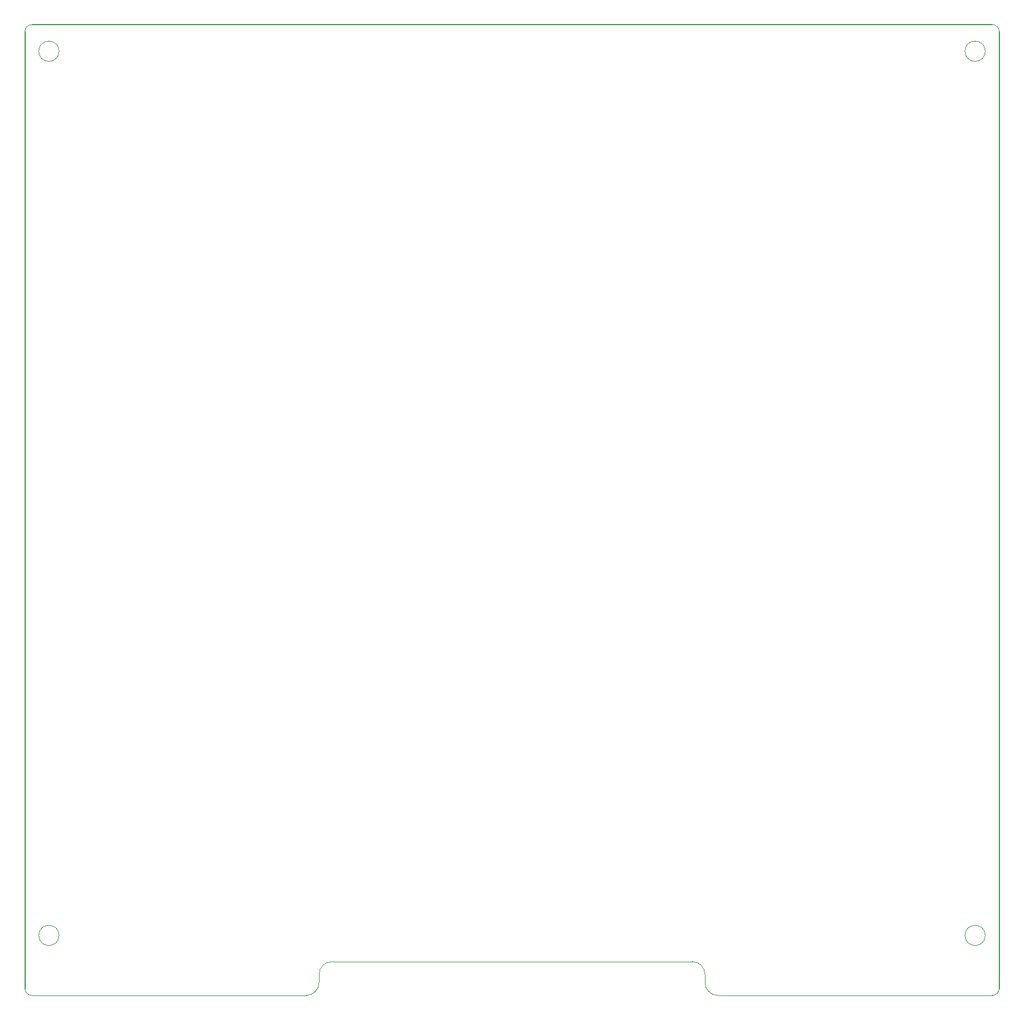
<source format=gbr>
%TF.GenerationSoftware,KiCad,Pcbnew,9.0.2*%
%TF.CreationDate,2025-10-14T11:48:54+02:00*%
%TF.ProjectId,main-board,6d61696e-2d62-46f6-9172-642e6b696361,rev?*%
%TF.SameCoordinates,Original*%
%TF.FileFunction,Profile,NP*%
%FSLAX46Y46*%
G04 Gerber Fmt 4.6, Leading zero omitted, Abs format (unit mm)*
G04 Created by KiCad (PCBNEW 9.0.2) date 2025-10-14 11:48:54*
%MOMM*%
%LPD*%
G01*
G04 APERTURE LIST*
%TA.AperFunction,Profile*%
%ADD10C,0.150000*%
%TD*%
%TA.AperFunction,Profile*%
%ADD11C,0.100000*%
%TD*%
G04 APERTURE END LIST*
D10*
X247742000Y-25075000D02*
X247742000Y-166881500D01*
D11*
X246726000Y-24059000D02*
G75*
G02*
X247742000Y-25075000I0J-1016000D01*
G01*
D10*
X104486000Y-24059000D02*
X246726000Y-24059000D01*
D11*
X245679600Y-28007500D02*
G75*
G02*
X242679600Y-28007500I-1500000J0D01*
G01*
X242679600Y-28007500D02*
G75*
G02*
X245679600Y-28007500I1500000J0D01*
G01*
X103470000Y-25075000D02*
G75*
G02*
X104486000Y-24059000I1016000J0D01*
G01*
X247742000Y-166881455D02*
G75*
G02*
X246726000Y-167897500I-1016000J-45D01*
G01*
D10*
X103470000Y-166881455D02*
X103470000Y-25075000D01*
D11*
X108525000Y-28007500D02*
G75*
G02*
X105525000Y-28007500I-1500000J0D01*
G01*
X105525000Y-28007500D02*
G75*
G02*
X108525000Y-28007500I1500000J0D01*
G01*
X104486000Y-167897455D02*
G75*
G02*
X103470045Y-166881455I0J1015955D01*
G01*
%TO.C,U23*%
X145126000Y-167897454D02*
X104486000Y-167897455D01*
X147031000Y-165992454D02*
X147031000Y-164799493D01*
X148936001Y-162894493D02*
X202276000Y-162894493D01*
X204181000Y-165992454D02*
X204181000Y-164799493D01*
X206086000Y-167897454D02*
X246726000Y-167897455D01*
X147031000Y-164799493D02*
G75*
G02*
X148936000Y-162894493I1905001J-1D01*
G01*
X147031000Y-165992454D02*
G75*
G02*
X145126000Y-167897454I-1905001J1D01*
G01*
X202276000Y-162894493D02*
G75*
G02*
X204181000Y-164799493I-1J-1905001D01*
G01*
X206086000Y-167897454D02*
G75*
G02*
X204181000Y-165992454I1J1905001D01*
G01*
X108526000Y-159007455D02*
G75*
G02*
X105526000Y-159007455I-1500000J0D01*
G01*
X105526000Y-159007455D02*
G75*
G02*
X108526000Y-159007455I1500000J0D01*
G01*
X245686000Y-159007455D02*
G75*
G02*
X242686000Y-159007455I-1500000J0D01*
G01*
X242686000Y-159007455D02*
G75*
G02*
X245686000Y-159007455I1500000J0D01*
G01*
%TD*%
M02*

</source>
